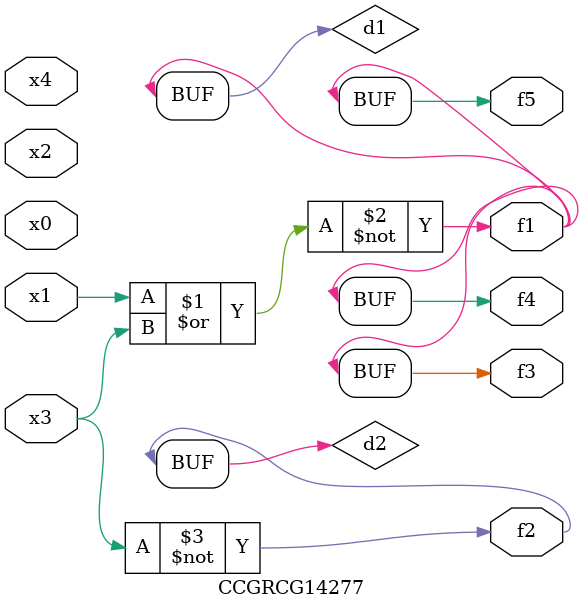
<source format=v>
module CCGRCG14277(
	input x0, x1, x2, x3, x4,
	output f1, f2, f3, f4, f5
);

	wire d1, d2;

	nor (d1, x1, x3);
	not (d2, x3);
	assign f1 = d1;
	assign f2 = d2;
	assign f3 = d1;
	assign f4 = d1;
	assign f5 = d1;
endmodule

</source>
